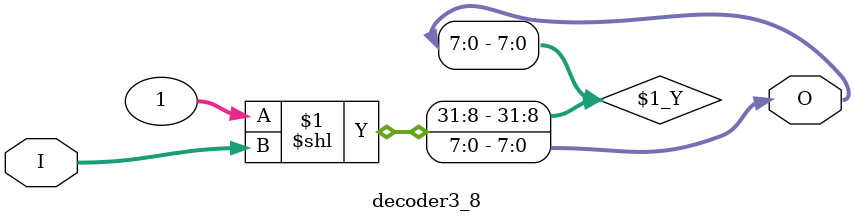
<source format=v>
module decoder3_8(input [2:0]I,output [7:0]O);
assign O=1<<I;
endmodule

</source>
